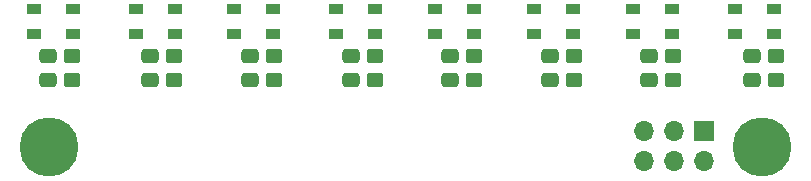
<source format=gbs>
G04 #@! TF.GenerationSoftware,KiCad,Pcbnew,6.0.9-8da3e8f707~116~ubuntu22.04.1*
G04 #@! TF.CreationDate,2022-11-08T11:47:18+01:00*
G04 #@! TF.ProjectId,PCB-lijnvolger,5043422d-6c69-46a6-9e76-6f6c6765722e,1.0*
G04 #@! TF.SameCoordinates,Original*
G04 #@! TF.FileFunction,Soldermask,Bot*
G04 #@! TF.FilePolarity,Negative*
%FSLAX46Y46*%
G04 Gerber Fmt 4.6, Leading zero omitted, Abs format (unit mm)*
G04 Created by KiCad (PCBNEW 6.0.9-8da3e8f707~116~ubuntu22.04.1) date 2022-11-08 11:47:18*
%MOMM*%
%LPD*%
G01*
G04 APERTURE LIST*
G04 Aperture macros list*
%AMRoundRect*
0 Rectangle with rounded corners*
0 $1 Rounding radius*
0 $2 $3 $4 $5 $6 $7 $8 $9 X,Y pos of 4 corners*
0 Add a 4 corners polygon primitive as box body*
4,1,4,$2,$3,$4,$5,$6,$7,$8,$9,$2,$3,0*
0 Add four circle primitives for the rounded corners*
1,1,$1+$1,$2,$3*
1,1,$1+$1,$4,$5*
1,1,$1+$1,$6,$7*
1,1,$1+$1,$8,$9*
0 Add four rect primitives between the rounded corners*
20,1,$1+$1,$2,$3,$4,$5,0*
20,1,$1+$1,$4,$5,$6,$7,0*
20,1,$1+$1,$6,$7,$8,$9,0*
20,1,$1+$1,$8,$9,$2,$3,0*%
G04 Aperture macros list end*
%ADD10C,5.000000*%
%ADD11R,1.700000X1.700000*%
%ADD12O,1.700000X1.700000*%
%ADD13RoundRect,0.250000X0.475000X-0.337500X0.475000X0.337500X-0.475000X0.337500X-0.475000X-0.337500X0*%
%ADD14R,1.295400X0.889000*%
%ADD15RoundRect,0.250000X0.450000X-0.350000X0.450000X0.350000X-0.450000X0.350000X-0.450000X-0.350000X0*%
G04 APERTURE END LIST*
D10*
X163700000Y-93700000D03*
D11*
X158775000Y-92325000D03*
D12*
X158775000Y-94865000D03*
X156235000Y-92325000D03*
X156235000Y-94865000D03*
X153695000Y-92325000D03*
X153695000Y-94865000D03*
D10*
X103300000Y-93700000D03*
D13*
X154086750Y-88032500D03*
X154086750Y-85957500D03*
D14*
X147651000Y-82023001D03*
X147651000Y-84092999D03*
X144349000Y-84092999D03*
X144349000Y-82023001D03*
X156083000Y-82023001D03*
X156083000Y-84092999D03*
X152781000Y-84092999D03*
X152781000Y-82023001D03*
D15*
X147732000Y-87995000D03*
X147732000Y-85995000D03*
D13*
X162814000Y-88032500D03*
X162814000Y-85957500D03*
X120300000Y-88032500D03*
X120300000Y-85957500D03*
D15*
X130932000Y-87995000D03*
X130932000Y-85995000D03*
X105232000Y-87995000D03*
X105232000Y-85995000D03*
D13*
X103200000Y-88032500D03*
X103200000Y-85957500D03*
D14*
X113986820Y-82023001D03*
X113986820Y-84092999D03*
X110684820Y-84092999D03*
X110684820Y-82023001D03*
X164719000Y-82023001D03*
X164719000Y-84092999D03*
X161417000Y-84092999D03*
X161417000Y-82023001D03*
D13*
X111878000Y-88032500D03*
X111878000Y-85957500D03*
D14*
X122251000Y-82023001D03*
X122251000Y-84092999D03*
X118949000Y-84092999D03*
X118949000Y-82023001D03*
X139319000Y-82023001D03*
X139319000Y-84092999D03*
X136017000Y-84092999D03*
X136017000Y-82023001D03*
D15*
X139264000Y-87995000D03*
X139264000Y-85995000D03*
D13*
X145700000Y-88032500D03*
X145700000Y-85957500D03*
D15*
X164846000Y-87995000D03*
X164846000Y-85995000D03*
D14*
X130937000Y-82023001D03*
X130937000Y-84092999D03*
X127635000Y-84092999D03*
X127635000Y-82023001D03*
D15*
X113910000Y-87995000D03*
X113910000Y-85995000D03*
X156118750Y-87995000D03*
X156118750Y-85995000D03*
D13*
X128900000Y-88032500D03*
X128900000Y-85957500D03*
D15*
X122332000Y-87995000D03*
X122332000Y-85995000D03*
D14*
X105351000Y-82023001D03*
X105351000Y-84092999D03*
X102049000Y-84092999D03*
X102049000Y-82023001D03*
D13*
X137232000Y-88032500D03*
X137232000Y-85957500D03*
M02*

</source>
